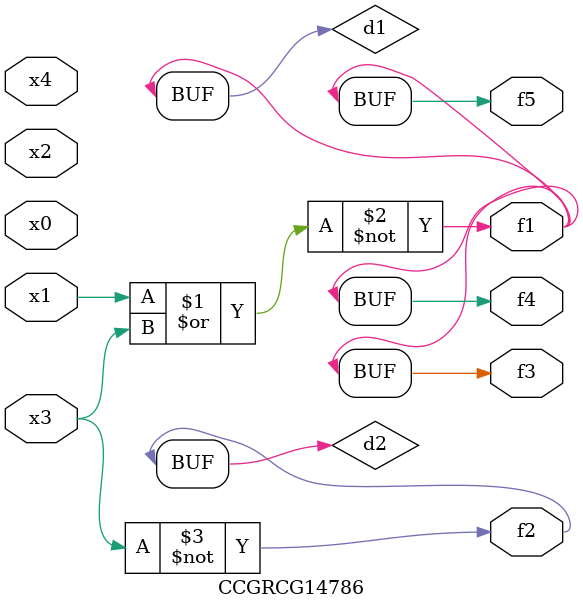
<source format=v>
module CCGRCG14786(
	input x0, x1, x2, x3, x4,
	output f1, f2, f3, f4, f5
);

	wire d1, d2;

	nor (d1, x1, x3);
	not (d2, x3);
	assign f1 = d1;
	assign f2 = d2;
	assign f3 = d1;
	assign f4 = d1;
	assign f5 = d1;
endmodule

</source>
